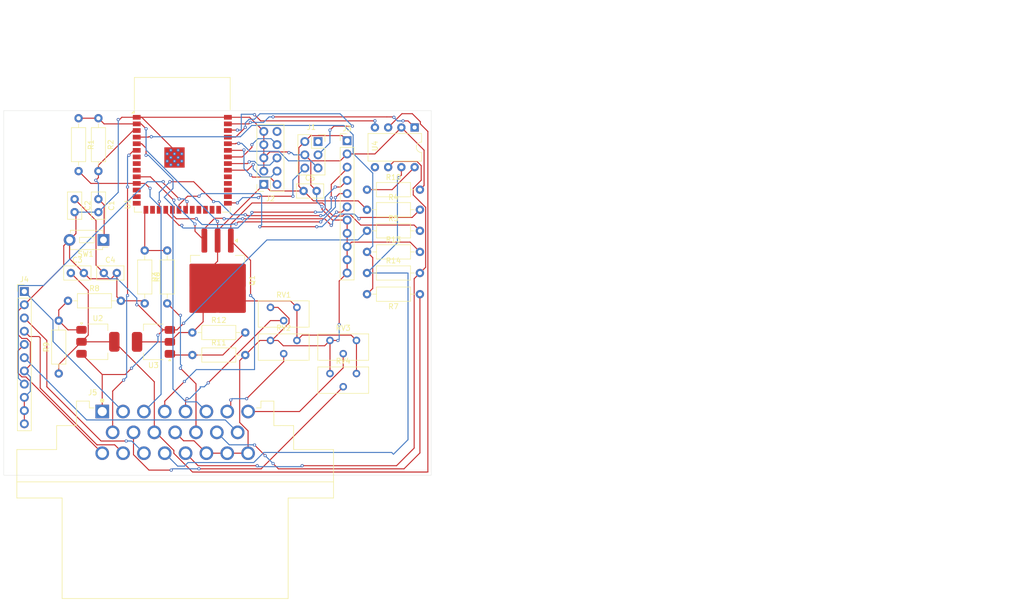
<source format=kicad_pcb>
(kicad_pcb (version 20240108) (generator "pcbnew") (generator_version "8.0")
  (layers (0 "F.Cu" signal) (31 "B.Cu" signal) (34 "B.Paste" user) (35 "F.Paste" user) (36 "B.SilkS" user "B.Silkscreen") (37 "F.SilkS" user "F.Silkscreen") (38 "B.Mask" user) (39 "F.Mask" user) (44 "Edge.Cuts" user))
  (net 0 "")
  (net 1 "GND")
  (net 2 "/ENABLE")
  (net 3 "+12V")
  (net 4 "+5V")
  (net 5 "+3V3")
  (net 6 "/UART_RX")
  (net 7 "/BOOTOPT")
  (net 8 "/PROG_EN")
  (net 9 "/UART_TX")
  (net 11 "/JTAG_TDI")
  (net 12 "/JTAG_TDO")
  (net 13 "/JTAG_TCK")
  (net 14 "/JTAG_TMS")
  (net 15 "/SPI-SCK")
  (net 16 "/SPI-MISO")
  (net 17 "/SPI-MOSI")
  (net 18 "/SPI-CS")
  (net 19 "Net-(U2-ADJ)")
  (net 20 "Net-(U4-Rs)")
  (net 21 "Net-(U3-ADJ)")
  (net 22 "/STEP-2+")
  (net 24 "+12VStep")
  (net 25 "/STEP-2-")
  (net 28 "/DIAG0")
  (net 29 "/STEP-1+")
  (net 30 "/STEP-1-")
  (net 31 "/CAN_TX")
  (net 42 "/CAN_RX")
  (net 44 "/TPS-PWR1")
  (net 46 "/TPS-GND1")
  (net 47 "/CAN-H")
  (net 49 "/CAN-L")
  (net 50 "/BLIP-IN")
  (net 51 "/TPS-SIG1")
  (net 52 "/APPS-SIG2")
  (net 53 "/TPS-SIG2")
  (net 54 "/APPS-SIG1")
  (net 55 "/TPS-GND2")
  (net 56 "/TPS-PWR2")
  (net 57 "/IDLE")
  (net 58 "/BLIP-OUT")
  (net 59 "/APPS-SIG1-OUT")
  (net 60 "/APPS-SIG2-OUT")
  (footprint "Connector_PinHeader_2.54mm:PinHeader_1x11_P2.54mm_Vertical" (layer "F.Cu") (at 134.874 110.744)
    (property "Reference" "J4")
    (property "Value" "Conn_01x11")
  )
  (footprint "Resistor_THT:R_Axial_DIN0207_L6.3mm_D2.5mm_P10.16mm_Horizontal" (layer "F.Cu") (at 143.256 112.522)
    (property "Reference" "R8")
    (property "Value" "715")
  )
  (footprint "Package_TO_SOT_SMD:TO-263-3_TabPin2" (layer "F.Cu") (at 171.977 108.621 -90)
    (property "Reference" "Q1")
    (property "Value" "NMOS")
  )
  (footprint "RF_Module:ESP32-S3-WROOM-1" (layer "F.Cu") (at 165.2 82.55)
    (property "Reference" "U1")
    (property "Value" "ESP32-S3-WROOM-1-N16R8")
  )
  (footprint "Resistor_THT:R_Axial_DIN0207_L6.3mm_D2.5mm_P10.16mm_Horizontal" (layer "F.Cu") (at 149.098 77.47 -90)
    (property "Reference" "R2")
    (property "Value" "10k")
  )
  (footprint "Capacitor_THT:C_Disc_D5.0mm_W2.5mm_P2.50mm" (layer "F.Cu") (at 149.098 93.004 -90)
    (property "Reference" "C1")
    (property "Value" "1u")
  )
  (footprint "Package_DIP:DIP-8_W7.62mm" (layer "F.Cu") (at 209.804 79.248 -90)
    (property "Reference" "U4")
    (property "Value" "MCP2551-I-P")
  )
  (footprint "Connector_PinSocket_2.54mm:PinSocket_2x05_P2.54mm_Vertical" (layer "F.Cu") (at 180.848 90.17 180)
    (property "Reference" "J2")
    (property "Value" "JTAG")
  )
  (footprint "Capacitor_THT:C_Disc_D5.0mm_W2.5mm_P2.50mm" (layer "F.Cu") (at 143.804 107.188)
    (property "Reference" "C3")
    (property "Value" "1u")
  )
  (footprint "Potentiometer_THT:Potentiometer_Bourns_3296Y_Vertical" (layer "F.Cu") (at 187.208 120.137)
    (property "Reference" "RV2")
    (property "Value" "100k")
  )
  (footprint "Resistor_THT:R_Axial_DIN0207_L6.3mm_D2.5mm_P10.16mm_Horizontal" (layer "F.Cu") (at 200.66 91.186)
    (property "Reference" "R10")
    (property "Value" "20k")
  )
  (footprint "Capacitor_THT:C_Disc_D5.0mm_W2.5mm_P2.50mm" (layer "F.Cu") (at 150.134 107.188)
    (property "Reference" "C4")
    (property "Value" "0.1u")
  )
  (footprint "Resistor_THT:R_Axial_DIN0207_L6.3mm_D2.5mm_P10.16mm_Horizontal" (layer "F.Cu") (at 157.988 102.87 -90)
    (property "Reference" "R6")
    (property "Value" "66.5k")
  )
  (footprint "Potentiometer_THT:Potentiometer_Bourns_3296Y_Vertical" (layer "F.Cu") (at 187.208 113.787)
    (property "Reference" "RV1")
    (property "Value" "100k")
  )
  (footprint "Resistor_THT:R_Axial_DIN0207_L6.3mm_D2.5mm_P10.16mm_Horizontal" (layer "F.Cu") (at 167.132 122.936)
    (property "Reference" "R11")
    (property "Value" "392")
  )
  (footprint "Capacitor_THT:C_Disc_D5.0mm_W2.5mm_P2.50mm" (layer "F.Cu") (at 188.488 91.44)
    (property "Reference" "C5")
    (property "Value" "1u")
  )
  (footprint "Connector_PinSocket_2.54mm:PinSocket_2x03_P2.54mm_Vertical" (layer "F.Cu") (at 191.262 81.96)
    (property "Reference" "J1")
    (property "Value" "PROG")
  )
  (footprint "Package_TO_SOT_SMD:SOT-223-3_TabPin2" (layer "F.Cu") (at 148.996 120.396)
    (property "Reference" "U2")
    (property "Value" "LM317_SOT-223")
  )
  (footprint "Connector_PinHeader_2.54mm:PinHeader_1x11_P2.54mm_Vertical" (layer "F.Cu") (at 196.85 81.788)
    (property "Reference" "J3")
    (property "Value" "Conn_01x11")
  )
  (footprint "Package_TO_SOT_SMD:SOT-223-3_TabPin2" (layer "F.Cu") (at 159.664 120.41 180)
    (property "Reference" "U3")
    (property "Value" "LM317_SOT-223")
  )
  (footprint "FBR_Footprints:TE_776087-1" (layer "F.Cu") (at 163.83 137.7845)
    (property "Reference" "J5")
    (property "Value" "776087-1")
  )
  (footprint "Resistor_THT:R_Axial_DIN0207_L6.3mm_D2.5mm_P10.16mm_Horizontal" (layer "F.Cu") (at 200.66 95.038)
    (property "Reference" "R4")
    (property "Value" "R_Small")
  )
  (footprint "Resistor_THT:R_Axial_DIN0207_L6.3mm_D2.5mm_P10.16mm_Horizontal" (layer "F.Cu") (at 145.288 77.47 -90)
    (property "Reference" "R1")
    (property "Value" "100k")
  )
  (footprint "Resistor_THT:R_Axial_DIN0207_L6.3mm_D2.5mm_P10.16mm_Horizontal" (layer "F.Cu") (at 200.66 103.138)
    (property "Reference" "R13")
    (property "Value" "66.5k")
  )
  (footprint "Resistor_THT:R_Axial_DIN0207_L6.3mm_D2.5mm_P10.16mm_Horizontal" (layer "F.Cu") (at 200.66 107.188)
    (property "Reference" "R14")
    (property "Value" "120")
  )
  (footprint "Resistor_THT:R_Axial_DIN0207_L6.3mm_D2.5mm_P10.16mm_Horizontal" (layer "F.Cu") (at 162.306 113.03 90)
    (property "Reference" "R3")
    (property "Value" "33.2k")
  )
  (footprint "Button_Switch_THT:SW_PUSH_1P1T_6x3.5mm_H4.3_APEM_MJTP1243" (layer "F.Cu") (at 150.062 100.838 180)
    (property "Reference" "SW1")
    (property "Value" "SW_Push")
  )
  (footprint "Resistor_THT:R_Axial_DIN0207_L6.3mm_D2.5mm_P10.16mm_Horizontal" (layer "F.Cu") (at 167.132 118.618)
    (property "Reference" "R12")
    (property "Value" "240")
  )
  (footprint "Potentiometer_THT:Potentiometer_Bourns_3296Y_Vertical" (layer "F.Cu") (at 198.638 126.487)
    (property "Reference" "RV4")
    (property "Value" "100k")
  )
  (footprint "Potentiometer_THT:Potentiometer_Bourns_3296Y_Vertical" (layer "F.Cu") (at 198.638 120.137)
    (property "Reference" "RV3")
    (property "Value" "100k")
  )
  (footprint "Resistor_THT:R_Axial_DIN0207_L6.3mm_D2.5mm_P10.16mm_Horizontal" (layer "F.Cu") (at 210.82 111.252 180)
    (property "Reference" "R7")
    (property "Value" "33.2k")
  )
  (footprint "Resistor_THT:R_Axial_DIN0207_L6.3mm_D2.5mm_P10.16mm_Horizontal" (layer "F.Cu") (at 200.66 99.088)
    (property "Reference" "R5")
    (property "Value" "R_Small")
  )
  (footprint "Capacitor_THT:C_Disc_D5.0mm_W2.5mm_P2.50mm" (layer "F.Cu") (at 144.526 93.004 -90)
    (property "Reference" "C2")
    (property "Value" "0.1u")
  )
  (footprint "Resistor_THT:R_Axial_DIN0207_L6.3mm_D2.5mm_P10.16mm_Horizontal" (layer "F.Cu") (at 141.478 126.492 90)
    (property "Reference" "R9")
    (property "Value" "240")
  )
  (gr_rect (start 130.926 76) (end 213 146) (stroke (width 0.05)) (fill none) (layer "Edge.Cuts"))
  (segment (start 134.397654 119.754) (end 135.350346 119.754) (width 0.2) (layer "F.Cu") (net 1))
  (segment (start 173.95 77.29) (end 156.45 77.29) (width 0.2) (layer "F.Cu") (net 1))
  (segment (start 192.024 94.996) (end 192.024 94.488) (width 0.2) (layer "F.Cu") (net 1))
  (segment (start 211.619999 90.386001) (end 210.82 91.186) (width 0.2) (layer "F.Cu") (net 1))
  (segment (start 152.634 111.74) (end 153.416 112.522) (width 0.2) (layer "F.Cu") (net 1))
  (segment (start 134.874 136.144) (end 134.874 131.064) (width 0.2) (layer "F.Cu") (net 1))
  (segment (start 153.596 77.29) (end 156.45 77.29) (width 0.2) (layer "F.Cu") (net 1))
  (segment (start 133.724 119.080346) (end 134.397654 119.754) (width 0.2) (layer "F.Cu") (net 1))
  (segment (start 195.326 108.712) (end 196.85 107.188) (width 0.2) (layer "F.Cu") (net 1))
  (segment (start 207.264 79.248) (end 211.619999 83.603999) (width 0.2) (layer "F.Cu") (net 1))
  (segment (start 196.85 97.028) (end 194.056 97.028) (width 0.2) (layer "F.Cu") (net 1))
  (segment (start 142.437 105.721) (end 134.874 113.284) (width 0.2) (layer "F.Cu") (net 1))
  (segment (start 180.091 120.137) (end 177.292 122.936) (width 0.2) (layer "F.Cu") (net 1))
  (segment (start 182.128 120.137) (end 180.091 120.137) (width 0.2) (layer "F.Cu") (net 1))
  (segment (start 182.128 113.787) (end 183.570498 113.787) (width 0.2) (layer "F.Cu") (net 1))
  (segment (start 184.590498 121.157) (end 192.538 121.157) (width 0.2) (layer "F.Cu") (net 1))
  (segment (start 169.83 141.7845) (end 167.4425 139.397) (width 0.2) (layer "F.Cu") (net 1))
  (segment (start 183.570498 113.787) (end 185.688 115.904502) (width 0.2) (layer "F.Cu") (net 1))
  (segment (start 144.78 99.62) (end 143.562 100.838) (width 0.2) (layer "F.Cu") (net 1))
  (segment (start 143.562 100.838) (end 142.437 101.963) (width 0.2) (layer "F.Cu") (net 1))
  (segment (start 173.95 77.29) (end 178.128 77.29) (width 0.2) (layer "F.Cu") (net 1))
  (segment (start 136.024 124.834) (end 134.874 125.984) (width 0.2) (layer "F.Cu") (net 1))
  (segment (start 163.7 83.59) (end 163.7 85.01) (width 0.2) (layer "F.Cu") (net 1))
  (segment (start 133.724 114.434) (end 133.724 119.080346) (width 0.2) (layer "F.Cu") (net 1))
  (segment (start 195.528 85.65) (end 189.872 85.65) (width 0.2) (layer "F.Cu") (net 1))
  (segment (start 144.526 95.504) (end 144.78 95.758) (width 0.2) (layer "F.Cu") (net 1))
  (segment (start 193.558 120.137) (end 195.067 120.137) (width 0.2) (layer "F.Cu") (net 1))
  (segment (start 167.4425 139.397) (end 165.4425 139.397) (width 0.2) (layer "F.Cu") (net 1))
  (segment (start 146.304 107.188) (end 147.404 108.288) (width 0.2) (layer "F.Cu") (net 1))
  (segment (start 189.872 90.324) (end 189.872 85.65) (width 0.2) (layer "F.Cu") (net 1))
  (segment (start 196.85 107.188) (end 196.85 97.028) (width 0.2) (layer "F.Cu") (net 1))
  (segment (start 153.416 112.522) (end 157.48 112.522) (width 0.2) (layer "F.Cu") (net 1))
  (segment (start 182.128 120.137) (end 183.570498 120.137) (width 0.2) (layer "F.Cu") (net 1))
  (segment (start 207.264 79.248) (end 202.184 84.328) (width 0.2) (layer "F.Cu") (net 1))
  (segment (start 180.848 80.01) (end 180.848 82.55) (width 0.2) (layer "F.Cu") (net 1))
  (segment (start 185.688 116.826) (end 182.377 120.137) (width 0.2) (layer "F.Cu") (net 1))
  (segment (start 192.538 121.157) (end 193.558 120.137) (width 0.2) (layer "F.Cu") (net 1))
  (segment (start 156.45 77.29) (end 157.4 77.29) (width 0.2) (layer "F.Cu") (net 1))
  (segment (start 135.350346 119.754) (end 136.024 120.427654) (width 0.2) (layer "F.Cu") (net 1))
  (segment (start 183.570498 120.137) (end 184.590498 121.157) (width 0.2) (layer "F.Cu") (net 1))
  (segment (start 176.2175 124.0105) (end 176.2175 135.89158) (width 0.2) (layer "F.Cu") (net 1))
  (segment (start 165.4425 139.397) (end 163.83 137.7845) (width 0.2) (layer "F.Cu") (net 1))
  (segment (start 193.558 120.137) (end 193.558 126.487) (width 0.2) (layer "F.Cu") (net 1))
  (segment (start 134.874 113.284) (end 133.724 114.434) (width 0.2) (layer "F.Cu") (net 1))
  (segment (start 202.184 84.328) (end 196.85 84.328) (width 0.2) (layer "F.Cu") (net 1))
  (segment (start 211.619999 83.603999) (end 211.619999 90.386001) (width 0.2) (layer "F.Cu") (net 1))
  (segment (start 177.83 137.50408) (end 177.83 141.7845) (width 0.2) (layer "F.Cu") (net 1))
  (segment (start 153.162 77.724) (end 153.596 77.29) (width 0.2) (layer "F.Cu") (net 1))
  (segment (start 157.48 112.522) (end 157.988 113.03) (width 0.2) (layer "F.Cu") (net 1))
  (segment (start 185.688 115.904502) (end 185.688 116.826) (width 0.2) (layer "F.Cu") (net 1))
  (segment (start 142.437 101.963) (end 142.437 105.721) (width 0.2) (layer "F.Cu") (net 1))
  (segment (start 136.024 120.427654) (end 136.024 124.834) (width 0.2) (layer "F.Cu") (net 1))
  (segment (start 210.82 103.138) (end 208.94 101.258) (width 0.2) (layer "F.Cu") (net 1))
  (segment (start 180.848 82.55) (end 180.848 85.09) (width 0.2) (layer "F.Cu") (net 1))
  (segment (start 152.634 107.188) (end 152.634 111.74) (width 0.2) (layer "F.Cu") (net 1))
  (segment (start 180.848 85.09) (end 181.998 83.94) (width 0.2) (layer "F.Cu") (net 1))
  (segment (start 194.056 97.028) (end 192.024 94.996) (width 0.2) (layer "F.Cu") (net 1))
  (segment (start 157.4 77.29) (end 163.7 83.59) (width 0.2) (layer "F.Cu") (net 1))
  (segment (start 178.128 77.29) (end 180.848 80.01) (width 0.2) (layer "F.Cu") (net 1))
  (segment (start 180.848 85.09) (end 180.848 87.63) (width 0.2) (layer "F.Cu") (net 1))
  (segment (start 197.7 101.258) (end 196.85 102.108) (width 0.2) (layer "F.Cu") (net 1))
  (segment (start 144.78 95.758) (end 144.78 99.62) (width 0.2) (layer "F.Cu") (net 1))
  (segment (start 181.998 83.94) (end 185.54 83.94) (width 0.2) (layer "F.Cu") (net 1))
  (segment (start 176.2175 135.89158) (end 177.83 137.50408) (width 0.2) (layer "F.Cu") (net 1))
  (segment (start 151.534 108.288) (end 152.634 107.188) (width 0.2) (layer "F.Cu") (net 1))
  (segment (start 173.83 141.7845) (end 169.83 141.7845) (width 0.2) (layer "F.Cu") (net 1))
  (segment (start 182.377 120.137) (end 182.128 120.137) (width 0.2) (layer "F.Cu") (net 1))
  (segment (start 185.54 83.94) (end 185.674 84.074) (width 0.2) (layer "F.Cu") (net 1))
  (segment (start 189.872 85.65) (end 188.722 84.5) (width 0.2) (layer "F.Cu") (net 1))
  (segment (start 143.562 100.838) (end 143.562 104.446) (width 0.2) (layer "F.Cu") (net 1))
  (segment (start 152.908 77.724) (end 153.162 77.724) (width 0.2) (layer "F.Cu") (net 1))
  (segment (start 147.404 108.288) (end 151.534 108.288) (width 0.2) (layer "F.Cu") (net 1))
  (segment (start 196.85 84.328) (end 195.528 85.65) (width 0.2) (layer "F.Cu") (net 1))
  (segment (start 143.562 104.446) (end 146.304 107.188) (width 0.2) (layer "F.Cu") (net 1))
  (segment (start 177.292 122.936) (end 176.2175 124.0105) (width 0.2) (layer "F.Cu") (net 1))
  (segment (start 195.326 117.094) (end 195.326 108.712) (width 0.2) (layer "F.Cu") (net 1))
  (segment (start 190.988 91.44) (end 189.872 90.324) (width 0.2) (layer "F.Cu") (net 1))
  (segment (start 177.83 141.7845) (end 173.83 141.7845) (width 0.2) (layer "F.Cu") (net 1))
  (segment (start 208.94 101.258) (end 197.7 101.258) (width 0.2) (layer "F.Cu") (net 1))
  (segment (start 195.067 120.137) (end 195.072 120.142) (width 0.2) (layer "F.Cu") (net 1))
  (via (at 185.674 84.074) (size 0.6) (drill 0.3) (layers "F.Cu" "B.Cu") (net 1))
  (via (at 195.072 120.142) (size 0.6) (drill 0.3) (layers "F.Cu" "B.Cu") (net 1))
  (via (at 192.024 94.488) (size 0.6) (drill 0.3) (layers "F.Cu" "B.Cu") (net 1))
  (via (at 152.908 77.724) (size 0.6) (drill 0.3) (layers "F.Cu" "B.Cu") (net 1))
  (via (at 195.326 117.094) (size 0.6) (drill 0.3) (layers "F.Cu" "B.Cu") (net 1))
  (segment (start 136.024 129.914) (end 134.874 131.064) (width 0.2) (layer "B.Cu") (net 1))
  (segment (start 195.326 119.888) (end 195.326 117.094) (width 0.2) (layer "B.Cu") (net 1))
  (segment (start 186.182 84.074) (end 186.608 84.5) (width 0.2) (layer "B.Cu") (net 1))
  (segment (start 136.024 127.134) (end 136.024 129.914) (width 0.2) (layer "B.Cu") (net 1))
  (segment (start 144.526 95.504) (end 149.098 95.504) (width 0.2) (layer "B.Cu") (net 1))
  (segment (start 192.024 94.488) (end 190.988 93.452) (width 0.2) (layer "B.Cu") (net 1))
  (segment (start 186.608 84.5) (end 188.722 84.5) (width 0.2) (layer "B.Cu") (net 1))
  (segment (start 190.988 93.452) (end 190.988 91.44) (width 0.2) (layer "B.Cu") (net 1))
  (segment (start 185.674 84.074) (end 186.182 84.074) (width 0.2) (layer "B.Cu") (net 1))
  (segment (start 149.098 95.504) (end 152.908 91.694) (width 0.2) (layer "B.Cu") (net 1))
  (segment (start 152.908 91.694) (end 152.908 77.724) (width 0.2) (layer "B.Cu") (net 1))
  (segment (start 195.072 120.142) (end 195.326 119.888) (width 0.2) (layer "B.Cu") (net 1))
  (segment (start 134.874 125.984) (end 136.024 127.134) (width 0.2) (layer "B.Cu") (net 1))
  (segment (start 150.198 100.702) (end 150.198 94.104) (width 0.2) (layer "F.Cu") (net 2))
  (segment (start 150.062 100.838) (end 150.198 100.702) (width 0.2) (layer "F.Cu") (net 2))
  (segment (start 149.098 86.49863) (end 155.76663 79.83) (width 0.2) (layer "F.Cu") (net 2))
  (segment (start 149.098 88.882) (end 148.59 89.39) (width 0.2) (layer "F.Cu") (net 2))
  (segment (start 149.098 87.63) (end 149.098 88.882) (width 0.2) (layer "F.Cu") (net 2))
  (segment (start 149.098 87.63) (end 149.098 86.49863) (width 0.2) (layer "F.Cu") (net 2))
  (segment (start 150.198 94.104) (end 149.098 93.004) (width 0.2) (layer "F.Cu") (net 2))
  (segment (start 155.76663 79.83) (end 156.45 79.83) (width 0.2) (layer "F.Cu") (net 2))
  (via (at 148.59 89.39) (size 0.6) (drill 0.3) (layers "F.Cu" "B.Cu") (net 2))
  (segment (start 148.59 89.39) (end 149.098 89.898) (width 0.2) (layer "B.Cu") (net 2))
  (segment (start 149.098 89.898) (end 149.098 93.004) (width 0.2) (layer "B.Cu") (net 2))
  (segment (start 162.814 118.11) (end 161.512365 118.11) (width 0.2) (layer "F.Cu") (net 3))
  (segment (start 144.526 93.004) (end 148.637 97.115) (width 0.2) (layer "F.Cu") (net 3))
  (segment (start 149.83 133.7845) (end 149.83 126.68) (width 0.2) (layer "F.Cu") (net 3))
  (segment (start 154.244 126.68) (end 155.448 125.476) (width 0.2) (layer "F.Cu") (net 3))
  (segment (start 164.176 118.11) (end 162.814 118.11) (width 0.2) (layer "F.Cu") (net 3))
  (segment (start 156.490877 113.310877) (end 156.464 113.284) (width 0.2) (layer "F.Cu") (net 3))
  (segment (start 156.713242 113.310877) (end 156.490877 113.310877) (width 0.2) (layer "F.Cu") (net 3))
  (segment (start 148.637 105.691) (end 150.134 107.188) (width 0.2) (layer "F.Cu") (net 3))
  (segment (start 148.637 97.115) (end 148.637 105.691) (width 0.2) (layer "F.Cu") (net 3))
  (segment (start 149.83 126.68) (end 154.244 126.68) (width 0.2) (layer "F.Cu") (net 3))
  (segment (start 160.528 119.126) (end 161.544 118.11) (width 0.2) (layer "F.Cu") (net 3))
  (segment (start 165.446 116.84) (end 164.176 118.11) (width 0.2) (layer "F.Cu") (net 3))
  (segment (start 161.544 118.11) (end 162.814 118.11) (width 0.2) (layer "F.Cu") (net 3))
  (segment (start 149.83 126.68) (end 145.846 122.696) (width 0.2) (layer "F.Cu") (net 3))
  (segment (start 161.512365 118.11) (end 156.713242 113.310877) (width 0.2) (layer "F.Cu") (net 3))
  (via (at 155.448 125.476) (size 0.6) (drill 0.3) (layers "F.Cu" "B.Cu") (net 3))
  (via (at 156.464 113.284) (size 0.6) (drill 0.3) (layers "F.Cu" "B.Cu") (net 3))
  (via (at 160.528 119.126) (size 0.6) (drill 0.3) (layers "F.Cu" "B.Cu") (net 3))
  (via (at 165.446 116.84) (size 0.6) (drill 0.3) (layers "F.Cu" "B.Cu") (net 3))
  (segment (start 198.91 100.838) (end 181.448 100.838) (width 0.2) (layer "B.Cu") (net 3))
  (segment (start 156.464 113.284) (end 156.464 112.014) (width 0.2) (layer "B.Cu") (net 3))
  (segment (start 200.66 99.088) (end 198.91 100.838) (width 0.2) (layer "B.Cu") (net 3))
  (segment (start 156.464 112.014) (end 152.738 108.288) (width 0.2) (layer "B.Cu") (net 3))
  (segment (start 155.448 125.476) (end 160.528 120.396) (width 0.2) (layer "B.Cu") (net 3))
  (segment (start 160.528 120.396) (end 160.528 119.126) (width 0.2) (layer "B.Cu") (net 3))
  (segment (start 151.234 108.288) (end 150.134 107.188) (width 0.2) (layer "B.Cu") (net 3))
  (segment (start 181.448 100.838) (end 165.446 116.84) (width 0.2) (layer "B.Cu") (net 3))
  (segment (start 152.738 108.288) (end 151.234 108.288) (width 0.2) (layer "B.Cu") (net 3))
  (segment (start 147.146 119.096) (end 145.846 120.396) (width 0.2) (layer "F.Cu") (net 4))
  (segment (start 212.344 145.4) (end 212.344 80.01) (width 0.2) (layer "F.Cu") (net 4))
  (segment (start 160.11042 137.7845) (end 163.576 141.25008) (width 0.2) (layer "F.Cu") (net 4))
  (segment (start 143.804 107.188) (end 147.146 110.53) (width 0.2) (layer "F.Cu") (net 4))
  (segment (start 159.83 128.08) (end 159.83 137.7845) (width 0.2) (layer "F.Cu") (net 4))
  (segment (start 145.846 120.396) (end 152.146 120.396) (width 0.2) (layer "F.Cu") (net 4))
  (segment (start 210.904 78.148) (end 209.356 76.6) (width 0.2) (layer "F.Cu") (net 4))
  (segment (start 209.356 76.6) (end 207.372 76.6) (width 0.2) (layer "F.Cu") (net 4))
  (segment (start 163.576 141.81092) (end 167.16508 145.4) (width 0.2) (layer "F.Cu") (net 4))
  (segment (start 167.16508 145.4) (end 212.344 145.4) (width 0.2) (layer "F.Cu") (net 4))
  (segment (start 207.372 76.6) (end 204.724 79.248) (width 0.2) (layer "F.Cu") (net 4))
  (segment (start 147.146 110.53) (end 147.146 119.096) (width 0.2) (layer "F.Cu") (net 4))
  (segment (start 159.83 137.7845) (end 160.11042 137.7845) (width 0.2) (layer "F.Cu") (net 4))
  (segment (start 145.846 120.396) (end 141.478 124.764) (width 0.2) (layer "F.Cu") (net 4))
  (segment (start 141.478 124.764) (end 141.478 126.492) (width 0.2) (layer "F.Cu") (net 4))
  (segment (start 210.904 78.57) (end 210.904 78.148) (width 0.2) (layer "F.Cu") (net 4))
  (segment (start 163.576 141.25008) (end 163.576 141.81092) (width 0.2) (layer "F.Cu") (net 4))
  (segment (start 212.344 80.01) (end 210.904 78.57) (width 0.2) (layer "F.Cu") (net 4))
  (segment (start 152.146 120.396) (end 159.83 128.08) (width 0.2) (layer "F.Cu") (net 4))
  (segment (start 187.572 83.11) (end 187.572 90.524) (width 0.2) (layer "F.Cu") (net 5))
  (segment (start 157.3 78.56) (end 158.242 79.502) (width 0.2) (layer "F.Cu") (net 5))
  (segment (start 149.098 77.47) (end 150.188 78.56) (width 0.2) (layer "F.Cu") (net 5))
  (segment (start 187.208 113.787) (end 185.967 112.546) (width 0.2) (layer "F.Cu") (net 5))
  (segment (start 156.45 78.56) (end 157.3 78.56) (width 0.2) (layer "F.Cu") (net 5))
  (segment (start 198.638 120.137) (end 198.638 126.487) (width 0.2) (layer "F.Cu") (net 5))
  (segment (start 187.208 113.787) (end 187.208 120.137) (width 0.2) (layer "F.Cu") (net 5))
  (segment (start 171.977 100.971) (end 171.977 97.301) (width 0.2) (layer "F.Cu") (net 5))
  (segment (start 171.977 99.041) (end 171.977 100.971) (width 0.2) (layer "F.Cu") (net 5))
  (segment (start 189.872 80.81) (end 195.872 80.81) (width 0.2) (layer "F.Cu") (net 5))
  (segment (start 145.288 77.47) (end 149.098 77.47) (width 0.2) (layer "F.Cu") (net 5))
  (segment (start 180.848 90.17) (end 182.118 91.44) (width 0.2) (layer "F.Cu") (net 5))
  (segment (start 180.848 90.17) (end 171.977 99.041) (width 0.2) (layer "F.Cu") (net 5))
  (segment (start 188.488 91.44) (end 190.386 93.338) (width 0.2) (layer "F.Cu") (net 5))
  (segment (start 162.814 120.41) (end 156.514 120.41) (width 0.2) (layer "F.Cu") (net 5))
  (segment (start 188.722 81.96) (end 189.872 80.81) (width 0.2) (layer "F.Cu") (net 5))
  (segment (start 171.977 100.971) (end 171.977 104.921) (width 0.2) (layer "F.Cu") (net 5))
  (segment (start 185.967 112.546) (end 174.752 112.546) (width 0.2) (layer "F.Cu") (net 5))
  (segment (start 182.118 91.44) (end 188.488 91.44) (width 0.2) (layer "F.Cu") (net 5))
  (segment (start 187.572 90.524) (end 188.488 91.44) (width 0.2) (layer "F.Cu") (net 5))
  (segment (start 171.977 104.921) (end 169.202 107.696) (width 0.2) (layer "F.Cu") (net 5))
  (segment (start 169.202 107.696) (end 169.202 116.548) (width 0.2) (layer "F.Cu") (net 5))
  (segment (start 171.977 97.301) (end 171.958 97.282) (width 0.2) (layer "F.Cu") (net 5))
  (segment (start 164.606 118.618) (end 162.814 120.41) (width 0.2) (layer "F.Cu") (net 5))
  (segment (start 167.132 118.618) (end 164.606 118.618) (width 0.2) (layer "F.Cu") (net 5))
  (segment (start 169.202 116.548) (end 167.132 118.618) (width 0.2) (layer "F.Cu") (net 5))
  (segment (start 187.208 120.137) (end 188.228 119.117) (width 0.2) (layer "F.Cu") (net 5))
  (segment (start 198.96 93.338) (end 200.66 95.038) (width 0.2) (layer "F.Cu") (net 5))
  (segment (start 197.618 119.117) (end 198.638 120.137) (width 0.2) (layer "F.Cu") (net 5))
  (segment (start 195.872 80.81) (end 196.85 81.788) (width 0.2) (layer "F.Cu") (net 5))
  (segment (start 150.188 78.56) (end 156.45 78.56) (width 0.2) (layer "F.Cu") (net 5))
  (segment (start 188.228 119.117) (end 197.618 119.117) (width 0.2) (layer "F.Cu") (net 5))
  (segment (start 188.722 81.96) (end 187.572 83.11) (width 0.2) (layer "F.Cu") (net 5))
  (segment (start 190.386 93.338) (end 198.96 93.338) (width 0.2) (layer "F.Cu") (net 5))
  (via (at 158.242 79.502) (size 0.6) (drill 0.3) (layers "F.Cu" "B.Cu") (net 5))
  (via (at 171.958 97.282) (size 0.6) (drill 0.3) (layers "F.Cu" "B.Cu") (net 5))
  (segment (start 171.958 97.282) (end 158.242 83.566) (width 0.2) (layer "B.Cu") (net 5))
  (segment (start 158.242 83.566) (end 158.242 79.502) (width 0.2) (layer "B.Cu") (net 5))
  (segment (start 176.022 82.296) (end 175.514 82.296) (width 0.2) (layer "F.Cu") (net 6))
  (segment (start 175.514 82.296) (end 175.44 82.37) (width 0.2) (layer "F.Cu") (net 6))
  (segment (start 175.44 82.37) (end 173.95 82.37) (width 0.2) (layer "F.Cu") (net 6))
  (via (at 176.022 82.296) (size 0.6) (drill 0.3) (layers "F.Cu" "B.Cu") (net 6))
  (segment (start 189.872 85.65) (end 185.574346 85.65) (width 0.2) (layer "B.Cu") (net 6))
  (segment (start 191.262 87.04) (end 189.872 85.65) (width 0.2) (layer "B.Cu") (net 6))
  (segment (start 176.616529 82.296) (end 176.022 82.296) (width 0.2) (layer "B.Cu") (net 6))
  (segment (start 185.574346 85.65) (end 183.744346 83.82) (width 0.2) (layer "B.Cu") (net 6))
  (segment (start 183.744346 83.82) (end 178.140529 83.82) (width 0.2) (layer "B.Cu") (net 6))
  (segment (start 178.140529 83.82) (end 176.616529 82.296) (width 0.2) (layer "B.Cu") (net 6))
  (segment (start 175.768 93.726) (end 174.024 93.726) (width 0.2) (layer "F.Cu") (net 7))
  (segment (start 180.086 92.456) (end 179.832 92.71) (width 0.2) (layer "F.Cu") (net 7))
  (segment (start 186.436 92.456) (end 180.086 92.456) (width 0.2) (layer "F.Cu") (net 7))
  (segment (start 174.024 93.726) (end 173.95 93.8) (width 0.2) (layer "F.Cu") (net 7))
  (via (at 186.436 92.456) (size 0.6) (drill 0.3) (layers "F.Cu" "B.Cu") (net 7))
  (via (at 179.832 92.71) (size 0.6) (drill 0.3) (layers "F.Cu" "B.Cu") (net 7))
  (via (at 175.768 93.726) (size 0.6) (drill 0.3) (layers "F.Cu" "B.Cu") (net 7))
  (segment (start 179.832 92.71) (end 176.784 92.71) (width 0.2) (layer "B.Cu") (net 7))
  (segment (start 188.722 87.04) (end 186.436 89.326) (width 0.2) (layer "B.Cu") (net 7))
  (segment (start 176.784 92.71) (end 175.768 93.726) (width 0.2) (layer "B.Cu") (net 7))
  (segment (start 186.436 89.326) (end 186.436 92.456) (width 0.2) (layer "B.Cu") (net 7))
  (segment (start 177.292 79.248) (end 175.44 81.1) (width 0.2) (layer "F.Cu") (net 9))
  (segment (start 193.548 79.756) (end 194.31 78.994) (width 0.2) (layer "F.Cu") (net 9))
  (segment (start 194.31 78.994) (end 197.866 78.994) (width 0.2) (layer "F.Cu") (net 9))
  (segment (start 175.44 81.1) (end 173.95 81.1) (width 0.2) (layer "F.Cu") (net 9))
  (via (at 177.292 79.248) (size 0.6) (drill 0.3) (layers "F.Cu" "B.Cu") (net 9))
  (via (at 197.866 78.994) (size 0.6) (drill 0.3) (layers "F.Cu" "B.Cu") (net 9))
  (via (at 193.548 79.756) (size 0.6) (drill 0.3) (layers "F.Cu" "B.Cu") (net 9))
  (segment (start 197.866 78.994) (end 195.488 76.616) (width 0.2) (layer "B.Cu") (net 9))
  (segment (start 195.488 76.616) (end 180.102529 76.616) (width 0.2) (layer "B.Cu") (net 9))
  (segment (start 179.043264 77.675265) (end 178.016206 77.675265) (width 0.2) (layer "B.Cu") (net 9))
  (segment (start 191.262 84.5) (end 193.548 82.214) (width 0.2) (layer "B.Cu") (net 9))
  (segment (start 193.548 82.214) (end 193.548 79.756) (width 0.2) (layer "B.Cu") (net 9))
  (segment (start 178.016206 77.675265) (end 177.292 78.399471) (width 0.2) (layer "B.Cu") (net 9))
  (segment (start 180.102529 76.616) (end 179.043264 77.675265) (width 0.2) (layer "B.Cu") (net 9))
  (segment (start 177.292 78.399471) (end 177.292 79.248) (width 0.2) (layer "B.Cu") (net 9))
  (segment (start 178.562 83.058) (end 176.71 84.91) (width 0.2) (layer "F.Cu") (net 11))
  (segment (start 176.71 84.91) (end 173.95 84.91) (width 0.2) (layer "F.Cu") (net 11))
  (segment (start 178.562 82.55) (end 178.562 83.058) (width 0.2) (layer "F.Cu") (net 11))
  (via (at 178.562 82.55) (size 0.6) (drill 0.3) (layers "F.Cu" "B.Cu") (net 11))
  (segment (start 179.712 81.4) (end 178.562 82.55) (width 0.2) (layer "B.Cu") (net 11))
  (segment (start 182.238 81.4) (end 179.712 81.4) (width 0.2) (layer "B.Cu") (net 11))
  (segment (start 183.388 82.55) (end 182.238 81.4) (width 0.2) (layer "B.Cu") (net 11))
  (segment (start 173.95 86.18) (end 173.95 86.4) (width 0.2) (layer "F.Cu") (net 12))
  (segment (start 177.726 86.18) (end 173.95 86.18) (width 0.2) (layer "F.Cu") (net 12))
  (segment (start 178.054 85.852) (end 177.726 86.18) (width 0.2) (layer "F.Cu") (net 12))
  (via (at 178.054 85.852) (size 0.6) (drill 0.3) (layers "F.Cu" "B.Cu") (net 12))
  (segment (start 179.064529 85.76) (end 178.146 85.76) (width 0.2) (layer "B.Cu") (net 12))
  (segment (start 179.784529 86.48) (end 179.064529 85.76) (width 0.2) (layer "B.Cu") (net 12))
  (segment (start 183.388 85.09) (end 181.998 86.48) (width 0.2) (layer "B.Cu") (net 12))
  (segment (start 181.998 86.48) (end 179.784529 86.48) (width 0.2) (layer "B.Cu") (net 12))
  (segment (start 178.146 85.76) (end 178.054 85.852) (width 0.2) (layer "B.Cu") (net 12))
  (segment (start 178.816 86.36) (end 177.726 87.45) (width 0.2) (layer "F.Cu") (net 13))
  (segment (start 177.726 87.45) (end 173.95 87.45) (width 0.2) (layer "F.Cu") (net 13))
  (via (at 178.816 86.36) (size 0.6) (drill 0.3) (layers "F.Cu" "B.Cu") (net 13))
  (segment (start 183.388 87.63) (end 182.238 88.78) (width 0.2) (layer "B.Cu") (net 13))
  (segment (start 182.238 88.78) (end 180.371654 88.78) (width 0.2) (layer "B.Cu") (net 13))
  (segment (start 178.816 87.224346) (end 178.816 86.36) (width 0.2) (layer "B.Cu") (net 13))
  (segment (start 180.371654 88.78) (end 178.816 87.224346) (width 0.2) (layer "B.Cu") (net 13))
  (segment (start 177.038 83.566) (end 176.964 83.64) (width 0.2) (layer "F.Cu") (net 14))
  (segment (start 176.964 83.64) (end 173.95 83.64) (width 0.2) (layer "F.Cu") (net 14))
  (segment (start 183.388 90.17) (end 181.998 88.78) (width 0.2) (layer "F.Cu") (net 14))
  (segment (start 181.998 88.78) (end 178.696 88.78) (width 0.2) (layer "F.Cu") (net 14))
  (segment (start 178.696 88.78) (end 178.308 88.392) (width 0.2) (layer "F.Cu") (net 14))
  (via (at 177.038 83.566) (size 0.6) (drill 0.3) (layers "F.Cu" "B.Cu") (net 14))
  (via (at 178.308 88.392) (size 0.6) (drill 0.3) (layers "F.Cu" "B.Cu") (net 14))
  (segment (start 177.038 87.122) (end 177.038 83.566) (width 0.2) (layer "B.Cu") (net 14))
  (segment (start 178.308 88.392) (end 177.038 87.122) (width 0.2) (layer "B.Cu") (net 14))
  (segment (start 190.754 95.504) (end 178.632 95.504) (width 0.2) (layer "F.Cu") (net 15))
  (segment (start 195.58 90.678) (end 194.564 90.678) (width 0.2) (layer "F.Cu") (net 15))
  (segment (start 162.025 95.477) (end 162.025 95.05) (width 0.2) (layer "F.Cu") (net 15))
  (segment (start 196.85 89.408) (end 195.58 90.678) (width 0.2) (layer "F.Cu") (net 15))
  (segment (start 178.632 95.504) (end 178.562 95.574) (width 0.2) (layer "F.Cu") (net 15))
  (segment (start 164.592 98.044) (end 162.025 95.477) (width 0.2) (layer "F.Cu") (net 15))
  (segment (start 165.1 98.044) (end 164.592 98.044) (width 0.2) (layer "F.Cu") (net 15))
  (via (at 190.754 95.504) (size 0.6) (drill 0.3) (layers "F.Cu" "B.Cu") (net 15))
  (via (at 178.562 95.574) (size 0.6) (drill 0.3) (layers "F.Cu" "B.Cu") (net 15))
  (via (at 194.564 90.678) (size 0.6) (drill 0.3) (layers "F.Cu" "B.Cu") (net 15))
  (via (at 165.1 98.044) (size 0.6) (drill 0.3) (layers "F.Cu" "B.Cu") (net 15))
  (segment (start 178.562 95.574) (end 178.562 95.844529) (width 0.2) (layer "B.Cu") (net 15))
  (segment (start 192.624 92.618) (end 192.624 94.904) (width 0.2) (layer "B.Cu") (net 15))
  (segment (start 165.354 98.552) (end 165.1 98.298) (width 0.2) (layer "B.Cu") (net 15))
  (segment (start 165.1 98.298) (end 165.1 98.044) (width 0.2) (layer "B.Cu") (net 15))
  (segment (start 175.854529 98.552) (end 165.354 98.552) (width 0.2) (layer "B.Cu") (net 15))
  (segment (start 192.024 95.504) (end 191.516 95.504) (width 0.2) (layer "B.Cu") (net 15))
  (segment (start 191.516 95.504) (end 190.754 95.504) (width 0.2) (layer "B.Cu") (net 15))
  (segment (start 192.624 94.904) (end 192.024 95.504) (width 0.2) (layer "B.Cu") (net 15))
  (segment (start 194.564 90.678) (end 192.624 92.618) (width 0.2) (layer "B.Cu") (net 15))
  (segment (start 178.562 95.844529) (end 175.854529 98.552) (width 0.2) (layer "B.Cu") (net 15))
  (segment (start 196.85 94.488) (end 195.834 95.504) (width 0.2) (layer "F.Cu") (net 16))
  (segment (start 191.008 98.298) (end 180.086 98.298) (width 0.2) (layer "F.Cu") (net 16))
  (segment (start 164.565 94.1) (end 164.565 95.05) (width 0.2) (layer "F.Cu") (net 16))
  (segment (start 168.402 92.456) (end 166.209 92.456) (width 0.2) (layer "F.Cu") (net 16))
  (segment (start 166.209 92.456) (end 164.565 94.1) (width 0.2) (layer "F.Cu") (net 16))
  (segment (start 195.834 95.504) (end 194.818 95.504) (width 0.2) (layer "F.Cu") (net 16))
  (via (at 180.086 98.298) (size 0.6) (drill 0.3) (layers "F.Cu" "B.Cu") (net 16))
  (via (at 168.402 92.456) (size 0.6) (drill 0.3) (layers "F.Cu" "B.Cu") (net 16))
  (via (at 191.008 98.298) (size 0.6) (drill 0.3) (layers "F.Cu" "B.Cu") (net 16))
  (via (at 194.818 95.504) (size 0.6) (drill 0.3) (layers "F.Cu" "B.Cu") (net 16))
  (segment (start 192.024 98.298) (end 191.77 98.298) (width 0.2) (layer "B.Cu") (net 16))
  (segment (start 180.432 92.294) (end 180.086 91.948) (width 0.2) (layer "B.Cu") (net 16))
  (segment (start 168.91 91.948) (end 168.402 92.456) (width 0.2) (layer "B.Cu") (net 16))
  (segment (start 194.818 95.504) (end 192.024 98.298) (width 0.2) (layer "B.Cu") (net 16))
  (segment (start 180.432 97.952) (end 180.432 92.294) (width 0.2) (layer "B.Cu") (net 16))
  (segment (start 180.086 98.298) (end 180.432 97.952) (width 0.2) (layer "B.Cu") (net 16))
  (segment (start 191.77 98.298) (end 191.008 98.298) (width 0.2) (layer "B.Cu") (net 16))
  (segment (start 180.086 91.948) (end 168.91 91.948) (width 0.2) (layer "B.Cu") (net 16))
  (segment (start 195.362086 91.948) (end 194.601463 92.708623) (width 0.2) (layer "F.Cu") (net 17))
  (segment (start 191.77 97.374) (end 175.93 97.374) (width 0.2) (layer "F.Cu") (net 17))
  (segment (start 175.93 97.374) (end 175.514 97.79) (width 0.2) (layer "F.Cu") (net 17))
  (segment (start 196.85 91.948) (end 195.362086 91.948) (width 0.2) (layer "F.Cu") (net 17))
  (segment (start 167.894 96.774) (end 164.069 96.774) (width 0.2) (layer "F.Cu") (net 17))
  (segment (start 164.069 96.774) (end 163.295 96) (width 0.2) (layer "F.Cu") (net 17))
  (segment (start 163.295 96) (end 163.295 95.05) (width 0.2) (layer "F.Cu") (net 17))
  (via (at 175.514 97.79) (size 0.6) (drill 0.3) (layers "F.Cu" "B.Cu") (net 17))
  (via (at 167.894 96.774) (size 0.6) (drill 0.3) (layers "F.Cu" "B.Cu") (net 17))
  (via (at 191.77 97.374) (size 0.6) (drill 0.3) (layers "F.Cu" "B.Cu") (net 17))
  (via (at 194.601463 92.708623) (size 0.6) (drill 0.3) (layers "F.Cu" "B.Cu") (net 17))
  (segment (start 169.002 97.882) (end 167.894 96.774) (width 0.2) (layer "B.Cu") (net 17))
  (segment (start 194.601463 94.542537) (end 191.77 97.374) (width 0.2) (layer "B.Cu") (net 17))
  (segment (start 175.514 97.79) (end 174.752 97.79) (width 0.2) (layer "B.Cu") (net 17))
  (segment (start 174.752 97.79) (end 174.66 97.882) (width 0.2) (layer "B.Cu") (net 17))
  (segment (start 194.601463 92.708623) (end 194.601463 94.542537) (width 0.2) (layer "B.Cu") (net 17))
  (segment (start 174.66 97.882) (end 169.002 97.882) (width 0.2) (layer "B.Cu") (net 17))
  (segment (start 196.85 87.133635) (end 193.802 90.181635) (width 0.2) (layer "F.Cu") (net 18))
  (segment (start 196.85 86.868) (end 196.85 87.133635) (width 0.2) (layer "F.Cu") (net 18))
  (segment (start 160.782 93.472) (end 160.782 95.023) (width 0.2) (layer "F.Cu") (net 18))
  (segment (start 177.708 96.174) (end 177.546 96.012) (width 0.2) (layer "F.Cu") (net 18))
  (segment (start 171.196 93.472) (end 167.386 89.662) (width 0.2) (layer "F.Cu") (net 18))
  (segment (start 160.782 95.023) (end 160.755 95.05) (width 0.2) (layer "F.Cu") (net 18))
  (segment (start 193.802 90.181635) (end 193.802 92.738) (width 0.2) (layer "F.Cu") (net 18))
  (segment (start 167.386 89.662) (end 162.814 89.662) (width 0.2) (layer "F.Cu") (net 18))
  (segment (start 177.546 96.012) (end 177.292 96.012) (width 0.2) (layer "F.Cu") (net 18))
  (segment (start 191.77 96.174) (end 177.708 96.174) (width 0.2) (layer "F.Cu") (net 18))
  (via (at 177.292 96.012) (size 0.6) (drill 0.3) (layers "F.Cu" "B.Cu") (net 18))
  (via (at 171.196 93.472) (size 0.6) (drill 0.3) (layers "F.Cu" "B.Cu") (net 18))
  (via (at 160.782 93.472) (size 0.6) (drill 0.3) (layers "F.Cu" "B.Cu") (net 18))
  (via (at 193.802 92.738) (size 0.6) (drill 0.3) (layers "F.Cu" "B.Cu") (net 18))
  (via (at 191.77 96.174) (size 0.6) (drill 0.3) (layers "F.Cu" "B.Cu") (net 18))
  (via (at 162.814 89.662) (size 0.6) (drill 0.3) (layers "F.Cu" "B.Cu") (net 18))
  (segment (start 192.37 96.174) (end 191.77 96.174) (width 0.2) (layer "B.Cu") (net 18))
  (segment (start 162.814 89.662) (end 160.782 91.694) (width 0.2) (layer "B.Cu") (net 18))
  (segment (start 193.802 94.742) (end 192.532 96.012) (width 0.2) (layer "B.Cu") (net 18))
  (segment (start 192.532 96.012) (end 192.37 96.174) (width 0.2) (layer "B.Cu") (net 18))
  (segment (start 160.782 91.694) (end 160.782 93.472) (width 0.2) (layer "B.Cu") (net 18))
  (segment (start 172.212 93.472) (end 171.196 93.472) (width 0.2) (layer "B.Cu") (net 18))
  (segment (start 174.752 96.012) (end 172.212 93.472) (width 0.2) (layer "B.Cu") (net 18))
  (segment (start 193.802 92.738) (end 193.802 94.742) (width 0.2) (layer "B.Cu") (net 18))
  (segment (start 177.292 96.012) (end 174.752 96.012) (width 0.2) (layer "B.Cu") (net 18))
  (segment (start 141.478 114.3) (end 143.256 112.522) (width 0.2) (layer "F.Cu") (net 19))
  (segment (start 141.478 116.332) (end 141.478 114.3) (width 0.2) (layer "F.Cu") (net 19))
  (segment (start 143.242 118.096) (end 141.478 116.332) (width 0.2) (layer "F.Cu") (net 19))
  (segment (start 145.846 118.096) (end 143.242 118.096) (width 0.2) (layer "F.Cu") (net 19))
  (segment (start 200.66 91.186) (end 205.486 91.186) (width 0.2) (layer "F.Cu") (net 20))
  (segment (start 205.486 91.186) (end 209.804 86.868) (width 0.2) (layer "F.Cu") (net 20))
  (segment (start 167.132 122.936) (end 172.974 122.936) (width 0.2) (layer "F.Cu") (net 21))
  (segment (start 172.974 122.936) (end 177.292 118.618) (width 0.2) (layer "F.Cu") (net 21))
  (segment (start 167.132 122.936) (end 163.04 122.936) (width 0.2) (layer "F.Cu") (net 21))
  (segment (start 163.04 122.936) (end 162.814 122.71) (width 0.2) (layer "F.Cu") (net 21))
  (segment (start 137.922 129.286) (end 137.922 119.634) (width 0.2) (layer "F.Cu") (net 22))
  (segment (start 148.88 140.172) (end 148.844 140.208) (width 0.2) (layer "F.Cu") (net 22))
  (segment (start 135.89 119.38) (end 134.874 118.364) (width 0.2) (layer "F.Cu") (net 22))
  (segment (start 137.922 119.634) (end 137.668 119.38) (width 0.2) (layer "F.Cu") (net 22))
  (segment (start 148.844 140.208) (end 137.922 129.286) (width 0.2) (layer "F.Cu") (net 22))
  (segment (start 137.668 119.38) (end 135.89 119.38) (width 0.2) (layer "F.Cu") (net 22))
  (segment (start 152.2175 140.172) (end 148.88 140.172) (width 0.2) (layer "F.Cu") (net 22))
  (segment (start 153.83 141.7845) (end 152.2175 140.172) (width 0.2) (layer "F.Cu") (net 22))
  (segment (start 140.378 116.248) (end 134.874 110.744) (width 0.2) (layer "B.Cu") (net 24))
  (segment (start 140.378 120.3325) (end 140.378 116.248) (width 0.2) (layer "B.Cu") (net 24))
  (segment (start 153.83 133.7845) (end 140.378 120.3325) (width 0.2) (layer "B.Cu") (net 24))
  (segment (start 149.606 139.446) (end 139.192 129.032) (width 0.2) (layer "F.Cu") (net 25))
  (segment (start 139.192 120.142) (end 134.874 115.824) (width 0.2) (layer "F.Cu") (net 25))
  (segment (start 154.432 139.446) (end 149.606 139.446) (width 0.2) (layer "F.Cu") (net 25))
  (segment (start 139.192 129.032) (end 139.192 120.142) (width 0.2) (layer "F.Cu") (net 25))
  (via (at 154.432 139.446) (size 0.6) (drill 0.3) (layers "F.Cu" "B.Cu") (net 25))
  (segment (start 157.83 141.7845) (end 155.4915 139.446) (width 0.2) (layer "B.Cu") (net 25))
  (segment (start 155.4915 139.446) (end 154.432 139.446) (width 0.2) (layer "B.Cu") (net 25))
  (segment (start 161.544 89.916) (end 164.592 92.964) (width 0.2) (layer "F.Cu") (net 28))
  (segment (start 161.544 89.662) (end 161.544 89.916) (width 0.2) (layer "F.Cu") (net 28))
  (segment (start 166.116 93.472) (end 166.116 94.769) (width 0.2) (layer "F.Cu") (net 28))
  (segment (start 166.116 94.769) (end 165.835 95.05) (width 0.2) (layer "F.Cu") (net 28))
  (via (at 164.592 92.964) (size 0.6) (drill 0.3) (layers "F.Cu" "B.Cu") (net 28))
  (via (at 166.116 93.472) (size 0.6) (drill 0.3) (layers "F.Cu" "B.Cu") (net 28))
  (via (at 161.544 89.662) (size 0.6) (drill 0.3) (layers "F.Cu" "B.Cu") (net 28))
  (segment (start 158.496 89.662) (end 161.544 89.662) (width 0.2) (layer "B.Cu") (net 28))
  (segment (start 134.874 128.524) (end 133.724 127.374) (width 0.2) (layer "B.Cu") (net 28))
  (segment (start 138.564 109.594) (end 158.496 89.662) (width 0.2) (layer "B.Cu") (net 28))
  (segment (start 164.592 92.964) (end 165.608 92.964) (width 0.2) (layer "B.Cu") (net 28))
  (segment (start 133.724 109.594) (end 138.564 109.594) (width 0.2) (layer "B.Cu") (net 28))
  (segment (start 165.608 92.964) (end 166.116 93.472) (width 0.2) (layer "B.Cu") (net 28))
  (segment (start 133.724 127.374) (end 133.724 109.594) (width 0.2) (layer "B.Cu") (net 28))
  (segment (start 175.83 137.7845) (end 173.4425 135.397) (width 0.2) (layer "B.Cu") (net 29))
  (segment (start 146.827 135.397) (end 134.874 123.444) (width 0.2) (layer "B.Cu") (net 29))
  (segment (start 173.4425 135.397) (end 146.827 135.397) (width 0.2) (layer "B.Cu") (net 29))
  (segment (start 133.604 126.340346) (end 133.604 122.174) (width 0.2) (layer "F.Cu") (net 30))
  (segment (start 134.397654 127.134) (end 133.604 126.340346) (width 0.2) (layer "F.Cu") (net 30))
  (segment (start 135.1795 127.134) (end 134.397654 127.134) (width 0.2) (layer "F.Cu") (net 30))
  (segment (start 133.604 122.174) (end 134.874 120.904) (width 0.2) (layer "F.Cu") (net 30))
  (segment (start 149.83 141.7845) (end 135.1795 127.134) (width 0.2) (layer "F.Cu") (net 30))
  (segment (start 204.47 77.216) (end 205.74 77.216) (width 0.2) (layer "F.Cu") (net 31))
  (segment (start 182.626 77.216) (end 204.47 77.216) (width 0.2) (layer "F.Cu") (net 31))
  (segment (start 207.579297 77.986812) (end 208.542812 77.986812) (width 0.2) (layer "F.Cu") (net 31))
  (segment (start 208.542812 77.986812) (end 209.804 79.248) (width 0.2) (layer "F.Cu") (net 31))
  (segment (start 205.74 77.216) (end 205.823735 77.299735) (width 0.2) (layer "F.Cu") (net 31))
  (segment (start 173.95 78.56) (end 177.98 78.56) (width 0.2) (layer "F.Cu") (net 31))
  (segment (start 177.98 78.56) (end 178.264735 78.275265) (width 0.2) (layer "F.Cu") (net 31))
  (via (at 207.579297 77.986812) (size 0.6) (drill 0.3) (layers "F.Cu" "B.Cu") (net 31))
  (via (at 178.264735 78.275265) (size 0.6) (drill 0.3) (layers "F.Cu" "B.Cu") (net 31))
  (via (at 205.823735 77.299735) (size 0.6) (drill 0.3) (layers "F.Cu" "B.Cu") (net 31))
  (via (at 182.626 77.216) (size 0.6) (drill 0.3) (layers "F.Cu" "B.Cu") (net 31))
  (segment (start 181.864 77.216) (end 182.626 77.216) (width 0.2) (layer "B.Cu") (net 31))
  (segment (start 206.510812 77.986812) (end 207.579297 77.986812) (width 0.2) (layer "B.Cu") (net 31))
  (segment (start 205.823735 77.299735) (end 206.510812 77.986812) (width 0.2) (layer "B.Cu") (net 31))
  (segment (start 181.61 77.47) (end 181.864 77.216) (width 0.2) (layer "B.Cu") (net 31))
  (segment (start 180.804735 78.275265) (end 181.61 77.47) (width 0.2) (layer "B.Cu") (net 31))
  (segment (start 178.264735 78.275265) (end 180.804735 78.275265) (width 0.2) (layer "B.Cu") (net 31))
  (segment (start 174.024 79.756) (end 173.95 79.83) (width 0.2) (layer "F.Cu") (net 42))
  (segment (start 202.184 77.978) (end 180.248 77.978) (width 0.2) (layer "F.Cu") (net 42))
  (segment (start 175.768 79.756) (end 174.024 79.756) (width 0.2) (layer "F.Cu") (net 42))
  (segment (start 180.248 77.978) (end 179.07 76.8) (width 0.2) (layer "F.Cu") (net 42))
  (via (at 202.184 77.978) (size 0.6) (drill 0.3) (layers "F.Cu" "B.Cu") (net 42))
  (via (at 175.768 79.756) (size 0.6) (drill 0.3) (layers "F.Cu" "B.Cu") (net 42))
  (via (at 179.07 76.8) (size 0.6) (drill 0.3) (layers "F.Cu" "B.Cu") (net 42))
  (segment (start 202.184 79.248) (end 202.184 77.978) (width 0.2) (layer "B.Cu") (net 42))
  (segment (start 178.891471 76.8) (end 178.799471 76.708) (width 0.2) (layer "B.Cu") (net 42))
  (segment (start 176.53 76.708) (end 176.53 79.756) (width 0.2) (layer "B.Cu") (net 42))
  (segment (start 179.07 76.8) (end 178.891471 76.8) (width 0.2) (layer "B.Cu") (net 42))
  (segment (start 176.53 79.756) (end 175.768 79.756) (width 0.2) (layer "B.Cu") (net 42))
  (segment (start 178.799471 76.708) (end 176.53 76.708) (width 0.2) (layer "B.Cu") (net 42))
  (segment (start 165.83 133.7845) (end 165.83 131.604) (width 0.2) (layer "F.Cu") (net 44))
  (segment (start 170.18 128.27) (end 182.123 116.327) (width 0.2) (layer "F.Cu") (net 44))
  (segment (start 182.123 116.327) (end 184.668 116.327) (width 0.2) (layer "F.Cu") (net 44))
  (segment (start 165.83 131.604) (end 166.116 131.318) (width 0.2) (layer "F.Cu") (net 44))
  (via (at 166.116 131.318) (size 0.6) (drill 0.3) (layers "F.Cu" "B.Cu") (net 44))
  (via (at 170.18 128.27) (size 0.6) (drill 0.3) (layers "F.Cu" "B.Cu") (net 44))
  (segment (start 168.656 129.286) (end 168.656 129.032) (width 0.2) (layer "B.Cu") (net 44))
  (segment (start 166.116 131.318) (end 166.624 131.318) (width 0.2) (layer "B.Cu") (net 44))
  (segment (start 168.656 129.032) (end 169.418 129.032) (width 0.2) (layer "B.Cu") (net 44))
  (segment (start 166.624 131.318) (end 168.656 129.286) (width 0.2) (layer "B.Cu") (net 44))
  (segment (start 169.418 129.032) (end 170.18 128.27) (width 0.2) (layer "B.Cu") (net 44))
  (segment (start 174.498 131.572) (end 174.498 133.1165) (width 0.2) (layer "F.Cu") (net 46))
  (segment (start 184.668 122.677) (end 184.668 124.196) (width 0.2) (layer "F.Cu") (net 46))
  (segment (start 184.668 124.196) (end 177.546 131.318) (width 0.2) (layer "F.Cu") (net 46))
  (segment (start 174.498 133.1165) (end 173.83 133.7845) (width 0.2) (layer "F.Cu") (net 46))
  (via (at 174.498 131.572) (size 0.6) (drill 0.3) (layers "F.Cu" "B.Cu") (net 46))
  (via (at 177.546 131.318) (size 0.6) (drill 0.3) (layers "F.Cu" "B.Cu") (net 46))
  (segment (start 177.546 131.318) (end 174.752 131.318) (width 0.2) (layer "B.Cu") (net 46))
  (segment (start 174.752 131.318) (end 174.498 131.572) (width 0.2) (layer "B.Cu") (net 46))
  (segment (start 207.264 88.392) (end 206.756 88.9) (width 0.2) (layer "F.Cu") (net 47))
  (segment (start 207.264 86.868) (end 207.264 88.392) (width 0.2) (layer "F.Cu") (net 47))
  (via (at 206.756 88.9) (size 0.6) (drill 0.3) (layers "F.Cu" "B.Cu") (net 47))
  (segment (start 180.853471 141.64) (end 205.394 141.64) (width 0.2) (layer "B.Cu") (net 47))
  (segment (start 205.394 141.64) (end 205.74 141.986) (width 0.2) (layer "B.Cu") (net 47))
  (segment (start 206.756 88.9) (end 206.502 89.154) (width 0.2) (layer "B.Cu") (net 47))
  (segment (start 178.913471 143.58) (end 180.853471 141.64) (width 0.2) (layer "B.Cu") (net 47))
  (segment (start 206.502 89.154) (end 206.502 101.346) (width 0.2) (layer "B.Cu") (net 47))
  (segment (start 164.3175 144.272) (end 165.608 144.272) (width 0.2) (layer "B.Cu") (net 47))
  (segment (start 166.3 143.58) (end 178.913471 143.58) (width 0.2) (layer "B.Cu") (net 47))
  (segment (start 161.83 141.7845) (end 164.3175 144.272) (width 0.2) (layer "B.Cu") (net 47))
  (segment (start 206.502 101.346) (end 200.66 107.188) (width 0.2) (layer "B.Cu") (net 47))
  (segment (start 205.74 141.986) (end 208.534 139.192) (width 0.2) (layer "B.Cu") (net 47))
  (segment (start 208.534 139.192) (end 208.534 107.188) (width 0.2) (layer "B.Cu") (net 47))
  (segment (start 208.534 107.188) (end 200.66 107.188) (width 0.2) (layer "B.Cu") (net 47))
  (segment (start 165.608 144.272) (end 166.3 143.58) (width 0.2) (layer "B.Cu") (net 47))
  (segment (start 209.296 141.224) (end 206.34 144.18) (width 0.2) (layer "F.Cu") (net 49))
  (segment (start 206.34 144.18) (end 188.214 144.18) (width 0.2) (layer "F.Cu") (net 49))
  (segment (start 211.92 94.582365) (end 211.92 106.088) (width 0.2) (layer "F.Cu") (net 49))
  (segment (start 209.72 108.288) (end 209.72 140.8) (width 0.2) (layer "F.Cu") (net 49))
  (segment (start 209.542157 92.204522) (end 211.92 94.582365) (width 0.2) (layer "F.Cu") (net 49))
  (segment (start 209.542157 90.908208) (end 209.542157 92.204522) (width 0.2) (layer "F.Cu") (net 49))
  (segment (start 211.92 106.088) (end 210.82 107.188) (width 0.2) (layer "F.Cu") (net 49))
  (segment (start 209.72 140.8) (end 209.296 141.224) (width 0.2) (layer "F.Cu") (net 49))
  (segment (start 168.2255 144.18) (end 165.83 141.7845) (width 0.2) (layer "F.Cu") (net 49))
  (segment (start 211.074 89.376365) (end 209.542157 90.908208) (width 0.2) (layer "F.Cu") (net 49))
  (segment (start 179.578 144.18) (end 168.2255 144.18) (width 0.2) (layer "F.Cu") (net 49))
  (segment (start 211.074 86.582365) (end 211.074 89.376365) (width 0.2) (layer "F.Cu") (net 49))
  (segment (start 210.259635 85.768) (end 211.074 86.582365) (width 0.2) (layer "F.Cu") (net 49))
  (segment (start 205.824 85.768) (end 210.259635 85.768) (width 0.2) (layer "F.Cu") (net 49))
  (segment (start 210.82 107.188) (end 209.72 108.288) (width 0.2) (layer "F.Cu") (net 49))
  (segment (start 204.724 86.868) (end 205.824 85.768) (width 0.2) (layer "F.Cu") (net 49))
  (via (at 188.214 144.18) (size 0.6) (drill 0.3) (layers "F.Cu" "B.Cu") (net 49))
  (via (at 179.578 144.18) (size 0.6) (drill 0.3) (layers "F.Cu" "B.Cu") (net 49))
  (segment (start 179.762 144.364) (end 179.578 144.18) (width 0.2) (layer "B.Cu") (net 49))
  (segment (start 188.214 144.18) (end 188.03 144.364) (width 0.2) (layer "B.Cu") (net 49))
  (segment (start 188.03 144.364) (end 179.762 144.364) (width 0.2) (layer "B.Cu") (net 49))
  (segment (start 194.178 96.266) (end 192.624 94.712) (width 0.2) (layer "F.Cu") (net 50))
  (segment (start 178.308 104.762) (end 178.308 111.506) (width 0.2) (layer "F.Cu") (net 50))
  (segment (start 174.517 97.809) (end 174.517 100.971) (width 0.2) (layer "F.Cu") (net 50))
  (segment (start 192.624 94.239471) (end 192.122529 93.738) (width 0.2) (layer "F.Cu") (net 50))
  (segment (start 210.82 99.088) (end 209.72 97.988) (width 0.2) (layer "F.Cu") (net 50))
  (segment (start 197.344 95.878) (end 196.373654 95.878) (width 0.2) (layer "F.Cu") (net 50))
  (segment (start 199.454 97.988) (end 197.344 95.878) (width 0.2) (layer "F.Cu") (net 50))
  (segment (start 192.624 94.712) (end 192.624 94.239471) (width 0.2) (layer "F.Cu") (net 50))
  (segment (start 165.608 128.016) (end 161.83 131.794) (width 0.2) (layer "F.Cu") (net 50))
  (segment (start 192.122529 93.738) (end 178.588 93.738) (width 0.2) (layer "F.Cu") (net 50))
  (segment (start 196.373654 95.878) (end 195.985654 96.266) (width 0.2) (layer "F.Cu") (net 50))
  (segment (start 161.83 131.794) (end 161.83 133.7845) (width 0.2) (layer "F.Cu") (net 50))
  (segment (start 178.588 93.738) (end 174.517 97.809) (width 0.2) (layer "F.Cu") (net 50))
  (segment (start 174.517 100.971) (end 178.308 104.762) (width 0.2) (layer "F.Cu") (net 50))
  (segment (start 195.985654 96.266) (end 194.178 96.266) (width 0.2) (layer "F.Cu") (net 50))
  (segment (start 209.72 97.988) (end 199.454 97.988) (width 0.2) (layer "F.Cu") (net 50))
  (via (at 178.308 111.506) (size 0.6) (drill 0.3) (layers "F.Cu" "B.Cu") (net 50))
  (via (at 165.608 128.016) (size 0.6) (drill 0.3) (layers "F.Cu" "B.Cu") (net 50))
  (segment (start 167.894 125.73) (end 165.608 128.016) (width 0.2) (layer "B.Cu") (net 50))
  (segment (start 179.07 125.73) (end 167.894 125.73) (width 0.2) (layer "B.Cu") (net 50))
  (segment (start 178.308 111.506) (end 179.07 112.268) (width 0.2) (layer "B.Cu") (net 50))
  (segment (start 179.07 112.268) (end 179.07 125.73) (width 0.2) (layer "B.Cu") (net 50))
  (segment (start 158.242 83.212) (end 157.4 82.37) (width 0.2) (layer "F.Cu") (net 51))
  (segment (start 157.4 82.37) (end 156.45 82.37) (width 0.2) (layer "F.Cu") (net 51))
  (segment (start 158.242 84.582) (end 158.242 83.212) (width 0.2) (layer "F.Cu") (net 51))
  (via (at 158.242 84.582) (size 0.6) (drill 0.3) (layers "F.Cu" "B.Cu") (net 51))
  (segment (start 165.867471 131.918) (end 163.406 129.456529) (width 0.2) (layer "B.Cu") (net 51))
  (segment (start 161.728686 92.640686) (end 163.414 90.955372) (width 0.2) (layer "B.Cu") (net 51))
  (segment (start 163.414 90.955372) (end 163.414 89.303686) (width 0.2) (layer "B.Cu") (net 51))
  (segment (start 163.406 129.456529) (end 163.406 94.318) (width 0.2) (layer "B.Cu") (net 51))
  (segment (start 169.83 133.7845) (end 167.9635 131.918) (width 0.2) (layer "B.Cu") (net 51))
  (segment (start 158.692314 84.582) (end 158.242 84.582) (width 0.2) (layer "B.Cu") (net 51))
  (segment (start 163.406 94.318) (end 161.728686 92.640686) (width 0.2) (layer "B.Cu") (net 51))
  (segment (start 163.414 89.303686) (end 158.692314 84.582) (width 0.2) (layer "B.Cu") (net 51))
  (segment (start 167.9635 131.918) (end 165.867471 131.918) (width 0.2) (layer "B.Cu") (net 51))
  (segment (start 210.82 111.252) (end 210.82 141.732) (width 0.2) (layer "F.Cu") (net 52))
  (segment (start 207.772 144.78) (end 183.642 144.78) (width 0.2) (layer "F.Cu") (net 52))
  (segment (start 183.642 144.78) (end 182.626 143.764) (width 0.2) (layer "F.Cu") (net 52))
  (segment (start 210.82 141.732) (end 207.772 144.78) (width 0.2) (layer "F.Cu") (net 52))
  (segment (start 181.102 142.24) (end 179.07 140.208) (width 0.2) (layer "F.Cu") (net 52))
  (via (at 182.626 143.764) (size 0.6) (drill 0.3) (layers "F.Cu" "B.Cu") (net 52))
  (via (at 181.102 142.24) (size 0.6) (drill 0.3) (layers "F.Cu" "B.Cu") (net 52))
  (via (at 179.07 140.208) (size 0.6) (drill 0.3) (layers "F.Cu" "B.Cu") (net 52))
  (segment (start 174.2175 140.172) (end 171.83 137.7845) (width 0.2) (layer "B.Cu") (net 52))
  (segment (start 179.034 140.172) (end 174.2175 140.172) (width 0.2) (layer "B.Cu") (net 52))
  (segment (start 179.07 140.208) (end 179.034 140.172) (width 0.2) (layer "B.Cu") (net 52))
  (segment (start 182.626 143.764) (end 181.102 142.24) (width 0.2) (layer "B.Cu") (net 52))
  (segment (start 155.882 83.64) (end 156.45 83.64) (width 0.2) (layer "F.Cu") (net 53))
  (segment (start 151.83 137.7845) (end 151.83 129.856) (width 0.2) (layer "F.Cu") (net 53))
  (segment (start 154.94 84.582) (end 155.882 83.64) (width 0.2) (layer "F.Cu") (net 53))
  (segment (start 151.83 129.856) (end 153.924 127.762) (width 0.2) (layer "F.Cu") (net 53))
  (segment (start 154.686 111.506) (end 154.686 90.678) (width 0.2) (layer "F.Cu") (net 53))
  (via (at 154.94 84.582) (size 0.6) (drill 0.3) (layers "F.Cu" "B.Cu") (net 53))
  (via (at 154.686 111.506) (size 0.6) (drill 0.3) (layers "F.Cu" "B.Cu") (net 53))
  (via (at 153.924 127.762) (size 0.6) (drill 0.3) (layers "F.Cu" "B.Cu") (net 53))
  (via (at 154.686 90.678) (size 0.6) (drill 0.3) (layers "F.Cu" "B.Cu") (net 53))
  (segment (start 154.516 111.676) (end 154.686 111.506) (width 0.2) (layer "B.Cu") (net 53))
  (segment (start 153.924 127.762) (end 154.516 127.17) (width 0.2) (layer "B.Cu") (net 53))
  (segment (start 154.516 127.17) (end 154.516 111.676) (width 0.2) (layer "B.Cu") (net 53))
  (segment (start 154.686 90.678) (end 154.686 84.836) (width 0.2) (layer "B.Cu") (net 53))
  (segment (start 154.686 84.836) (end 154.94 84.582) (width 0.2) (layer "B.Cu") (net 53))
  (segment (start 162.306 113.03) (end 164.592 115.316) (width 0.2) (layer "F.Cu") (net 54))
  (segment (start 164.846 125.476) (end 167.83 128.46) (width 0.2) (layer "F.Cu") (net 54))
  (segment (start 167.83 128.46) (end 167.83 137.7845) (width 0.2) (layer "F.Cu") (net 54))
  (segment (start 164.592 115.316) (end 164.846 115.316) (width 0.2) (layer "F.Cu") (net 54))
  (via (at 164.846 115.316) (size 0.6) (drill 0.3) (layers "F.Cu" "B.Cu") (net 54))
  (via (at 164.846 125.476) (size 0.6) (drill 0.3) (layers "F.Cu" "B.Cu") (net 54))
  (segment (start 164.846 124.714) (end 165.1 124.968) (width 0.2) (layer "B.Cu") (net 54))
  (segment (start 164.846 125.222) (end 164.846 125.476) (width 0.2) (layer "B.Cu") (net 54))
  (segment (start 164.846 115.316) (end 164.846 124.714) (width 0.2) (layer "B.Cu") (net 54))
  (segment (start 165.1 124.968) (end 164.846 125.222) (width 0.2) (layer "B.Cu") (net 54))
  (segment (start 163.068 145.034) (end 158.79908 145.034) (width 0.2) (layer "F.Cu") (net 55))
  (segment (start 180.345 144.78) (end 168.402 144.78) (width 0.2) (layer "F.Cu") (net 55))
  (segment (start 158.79908 145.034) (end 155.83 142.06492) (width 0.2) (layer "F.Cu") (net 55))
  (segment (start 196.098 129.027) (end 180.345 144.78) (width 0.2) (layer "F.Cu") (net 55))
  (segment (start 155.83 142.06492) (end 155.83 137.7845) (width 0.2) (layer "F.Cu") (net 55))
  (via (at 168.402 144.78) (size 0.6) (drill 0.3) (layers "F.Cu" "B.Cu") (net 55))
  (via (at 163.068 145.034) (size 0.6) (drill 0.3) (layers "F.Cu" "B.Cu") (net 55))
  (segment (start 168.402 144.78) (end 163.322 144.78) (width 0.2) (layer "B.Cu") (net 55))
  (segment (start 163.322 144.78) (end 163.068 145.034) (width 0.2) (layer "B.Cu") (net 55))
  (segment (start 187.702998 133.7845) (end 177.83 133.7845) (width 0.2) (layer "F.Cu") (net 56))
  (segment (start 196.098 122.677) (end 196.098 125.389498) (width 0.2) (layer "F.Cu") (net 56))
  (segment (start 196.098 125.389498) (end 187.702998 133.7845) (width 0.2) (layer "F.Cu") (net 56))
  (segment (start 159.004 90.932) (end 158.062 89.99) (width 0.2) (layer "F.Cu") (net 57))
  (segment (start 147.648 89.99) (end 156.45 89.99) (width 0.2) (layer "F.Cu") (net 57))
  (segment (start 145.288 87.63) (end 147.648 89.99) (width 0.2) (layer "F.Cu") (net 57))
  (segment (start 158.062 89.99) (end 156.45 89.99) (width 0.2) (layer "F.Cu") (net 57))
  (via (at 159.004 90.932) (size 0.6) (drill 0.3) (layers "F.Cu" "B.Cu") (net 57))
  (segment (start 161.128 94.666529) (end 159.004 92.542529) (width 0.2) (layer "B.Cu") (net 57))
  (segment (start 157.83 133.7845) (end 161.128 130.4865) (width 0.2) (layer "B.Cu") (net 57))
  (segment (start 161.128 130.4865) (end 161.128 94.666529) (width 0.2) (layer "B.Cu") (net 57))
  (segment (start 159.004 92.542529) (end 159.004 90.932) (width 0.2) (layer "B.Cu") (net 57))
  (segment (start 209.338 96.52) (end 210.82 95.038) (width 0.2) (layer "F.Cu") (net 58))
  (segment (start 199.136 96.774) (end 199.39 96.52) (width 0.2) (layer "F.Cu") (net 58))
  (segment (start 173.136 96.682) (end 173.228 96.774) (width 0.2) (layer "F.Cu") (net 58))
  (segment (start 169.437 100.971) (end 167.64 99.174) (width 0.2) (layer "F.Cu") (net 58))
  (segment (start 193.802 98.044) (end 192.532 96.774) (width 0.2) (layer "F.Cu") (net 58))
  (segment (start 169.437 100.971) (end 169.437 98.671) (width 0.2) (layer "F.Cu") (net 58))
  (segment (start 199.39 96.52) (end 209.338 96.52) (width 0.2) (layer "F.Cu") (net 58))
  (segment (start 171.426 96.682) (end 173.136 96.682) (width 0.2) (layer "F.Cu") (net 58))
  (segment (start 163.576 93.218) (end 159.078 88.72) (width 0.2) (layer "F.Cu") (net 58))
  (segment (start 169.437 98.671) (end 171.426 96.682) (width 0.2) (layer "F.Cu") (net 58))
  (segment (start 167.64 99.174) (end 167.64 97.79) (width 0.2) (layer "F.Cu") (net 58))
  (segment (start 192.532 96.774) (end 176.784 96.774) (width 0.2) (layer "F.Cu") (net 58))
  (segment (start 159.078 88.72) (end 156.45 88.72) (width 0.2) (layer "F.Cu") (net 58))
  (via (at 167.64 97.79) (size 0.6) (drill 0.3) (layers "F.Cu" "B.Cu") (net 58))
  (via (at 173.228 96.774) (size 0.6) (drill 0.3) (layers "F.Cu" "B.Cu") (net 58))
  (via (at 193.802 98.044) (size 0.6) (drill 0.3) (layers "F.Cu" "B.Cu") (net 58))
  (via (at 163.576 93.218) (size 0.6) (drill 0.3) (layers "F.Cu" "B.Cu") (net 58))
  (via (at 176.784 96.774) (size 0.6) (drill 0.3) (layers "F.Cu" "B.Cu") (net 58))
  (via (at 199.136 96.774) (size 0.6) (drill 0.3) (layers "F.Cu" "B.Cu") (net 58))
  (segment (start 167.64 97.79) (end 163.576 93.726) (width 0.2) (layer "B.Cu") (net 58))
  (segment (start 163.576 93.726) (end 163.576 93.218) (width 0.2) (layer "B.Cu") (net 58))
  (segment (start 195.46 95.878) (end 198.24 95.878) (width 0.2) (layer "B.Cu") (net 58))
  (segment (start 173.228 96.774) (end 176.784 96.774) (width 0.2) (layer "B.Cu") (net 58))
  (segment (start 198.24 95.878) (end 199.136 96.774) (width 0.2) (layer "B.Cu") (net 58))
  (segment (start 194.056 97.282) (end 195.46 95.878) (width 0.2) (layer "B.Cu") (net 58))
  (segment (start 194.056 97.79) (end 194.056 97.282) (width 0.2) (layer "B.Cu") (net 58))
  (segment (start 193.802 98.044) (end 194.056 97.79) (width 0.2) (layer "B.Cu") (net 58))
  (segment (start 157.988 95.277) (end 158.215 95.05) (width 0.2) (layer "F.Cu") (net 59))
  (segment (start 157.988 102.87) (end 157.988 95.277) (width 0.2) (layer "F.Cu") (net 59))
  (segment (start 162.306 102.87) (end 157.988 102.87) (width 0.2) (layer "F.Cu") (net 59))
  (segment (start 158.75 81.026) (end 158.676 81.1) (width 0.2) (layer "F.Cu") (net 60))
  (segment (start 201.76 104.238) (end 201.76 110.152) (width 0.2) (layer "F.Cu") (net 60))
  (segment (start 158.676 81.1) (end 156.45 81.1) (width 0.2) (layer "F.Cu") (net 60))
  (segment (start 201.76 110.152) (end 200.66 111.252) (width 0.2) (layer "F.Cu") (net 60))
  (segment (start 200.66 103.138) (end 201.76 104.238) (width 0.2) (layer "F.Cu") (net 60))
  (segment (start 159.258 81.026) (end 158.75 81.026) (width 0.2) (layer "F.Cu") (net 60))
  (via (at 159.258 81.026) (size 0.6) (drill 0.3) (layers "F.Cu" "B.Cu") (net 60))
  (segment (start 198 84.239635) (end 198 80.652) (width 0.2) (layer "B.Cu") (net 60))
  (segment (start 176.362529 81.026) (end 159.258 81.026) (width 0.2) (layer "B.Cu") (net 60))
  (segment (start 201.76 87.999635) (end 198 84.239635) (width 0.2) (layer "B.Cu") (net 60))
  (segment (start 201.76 102.038) (end 201.76 87.999635) (width 0.2) (layer "B.Cu") (net 60))
  (segment (start 178.528529 78.86) (end 176.362529 81.026) (width 0.2) (layer "B.Cu") (net 60))
  (segment (start 196.208 78.86) (end 178.528529 78.86) (width 0.2) (layer "B.Cu") (net 60))
  (segment (start 198 80.652) (end 196.208 78.86) (width 0.2) (layer "B.Cu") (net 60))
  (segment (start 200.66 103.138) (end 201.76 102.038) (width 0.2) (layer "B.Cu") (net 60))
)
</source>
